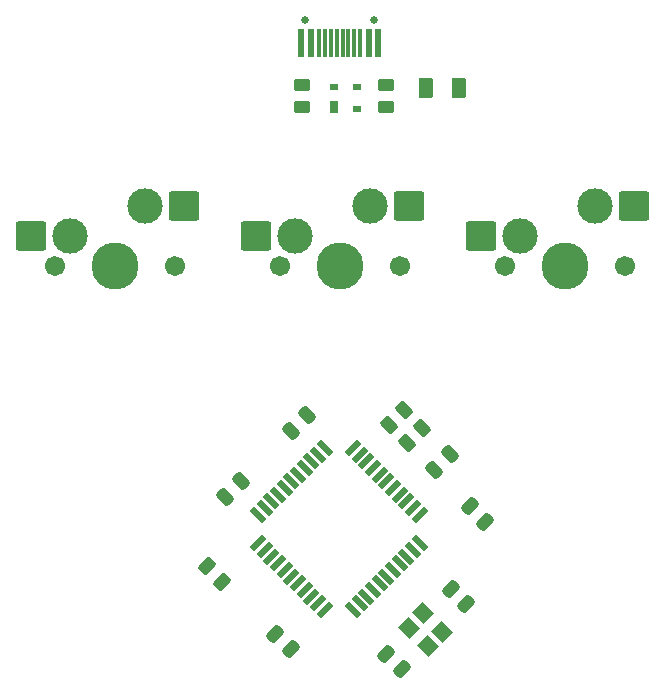
<source format=gbr>
%TF.GenerationSoftware,KiCad,Pcbnew,(6.0.10)*%
%TF.CreationDate,2023-01-18T13:12:32+09:00*%
%TF.ProjectId,3kpad,336b7061-642e-46b6-9963-61645f706362,rev?*%
%TF.SameCoordinates,Original*%
%TF.FileFunction,Soldermask,Bot*%
%TF.FilePolarity,Negative*%
%FSLAX46Y46*%
G04 Gerber Fmt 4.6, Leading zero omitted, Abs format (unit mm)*
G04 Created by KiCad (PCBNEW (6.0.10)) date 2023-01-18 13:12:32*
%MOMM*%
%LPD*%
G01*
G04 APERTURE LIST*
G04 Aperture macros list*
%AMRoundRect*
0 Rectangle with rounded corners*
0 $1 Rounding radius*
0 $2 $3 $4 $5 $6 $7 $8 $9 X,Y pos of 4 corners*
0 Add a 4 corners polygon primitive as box body*
4,1,4,$2,$3,$4,$5,$6,$7,$8,$9,$2,$3,0*
0 Add four circle primitives for the rounded corners*
1,1,$1+$1,$2,$3*
1,1,$1+$1,$4,$5*
1,1,$1+$1,$6,$7*
1,1,$1+$1,$8,$9*
0 Add four rect primitives between the rounded corners*
20,1,$1+$1,$2,$3,$4,$5,0*
20,1,$1+$1,$4,$5,$6,$7,0*
20,1,$1+$1,$6,$7,$8,$9,0*
20,1,$1+$1,$8,$9,$2,$3,0*%
%AMRotRect*
0 Rectangle, with rotation*
0 The origin of the aperture is its center*
0 $1 length*
0 $2 width*
0 $3 Rotation angle, in degrees counterclockwise*
0 Add horizontal line*
21,1,$1,$2,0,0,$3*%
G04 Aperture macros list end*
%ADD10C,3.000000*%
%ADD11C,3.987800*%
%ADD12C,1.701800*%
%ADD13RoundRect,0.200000X-1.075000X-1.050000X1.075000X-1.050000X1.075000X1.050000X-1.075000X1.050000X0*%
%ADD14RoundRect,0.250000X-0.159099X0.512652X-0.512652X0.159099X0.159099X-0.512652X0.512652X-0.159099X0*%
%ADD15C,0.650000*%
%ADD16R,0.600000X2.450000*%
%ADD17R,0.300000X2.450000*%
%ADD18R,0.700000X1.000000*%
%ADD19R,0.700000X0.600000*%
%ADD20RoundRect,0.250000X0.503814X0.132583X0.132583X0.503814X-0.503814X-0.132583X-0.132583X-0.503814X0*%
%ADD21RoundRect,0.250000X0.450000X-0.262500X0.450000X0.262500X-0.450000X0.262500X-0.450000X-0.262500X0*%
%ADD22RoundRect,0.250000X0.375000X0.625000X-0.375000X0.625000X-0.375000X-0.625000X0.375000X-0.625000X0*%
%ADD23RoundRect,0.250000X0.512652X0.159099X0.159099X0.512652X-0.512652X-0.159099X-0.159099X-0.512652X0*%
%ADD24RoundRect,0.250000X0.132583X-0.503814X0.503814X-0.132583X-0.132583X0.503814X-0.503814X0.132583X0*%
%ADD25RotRect,1.500000X0.550000X225.000000*%
%ADD26RotRect,1.500000X0.550000X135.000000*%
%ADD27RoundRect,0.250000X-0.132583X0.503814X-0.503814X0.132583X0.132583X-0.503814X0.503814X-0.132583X0*%
%ADD28RoundRect,0.250000X0.159099X-0.512652X0.512652X-0.159099X-0.159099X0.512652X-0.512652X0.159099X0*%
%ADD29RoundRect,0.250000X-0.512652X-0.159099X-0.159099X-0.512652X0.512652X0.159099X0.159099X0.512652X0*%
%ADD30RotRect,1.400000X1.200000X315.000000*%
G04 APERTURE END LIST*
D10*
%TO.C,SW2*%
X137477500Y-75088750D03*
X131127500Y-77628750D03*
D11*
X134937500Y-80168750D03*
D12*
X140017500Y-80168750D03*
X129857500Y-80168750D03*
D13*
X127852500Y-77628750D03*
X140779500Y-75088750D03*
%TD*%
D10*
%TO.C,SW1*%
X112077500Y-77628750D03*
X118427500Y-75088750D03*
D11*
X115887500Y-80168750D03*
D12*
X120967500Y-80168750D03*
X110807500Y-80168750D03*
D13*
X108802500Y-77628750D03*
X121729500Y-75088750D03*
%TD*%
D10*
%TO.C,SW3*%
X156527500Y-75088750D03*
D12*
X148907500Y-80168750D03*
X159067500Y-80168750D03*
D10*
X150177500Y-77628750D03*
D11*
X153987500Y-80168750D03*
D13*
X146902500Y-77628750D03*
X159829500Y-75088750D03*
%TD*%
D14*
%TO.C,C6*%
X144248509Y-96073757D03*
X142905007Y-97417259D03*
%TD*%
D15*
%TO.C,USB1*%
X132047500Y-59315000D03*
X137827500Y-59315000D03*
D16*
X131712500Y-61260000D03*
X132487500Y-61260000D03*
D17*
X133187500Y-61260000D03*
X133687500Y-61260000D03*
X134187500Y-61260000D03*
X134687500Y-61260000D03*
X135187500Y-61260000D03*
X135687500Y-61260000D03*
X136187500Y-61260000D03*
X136687500Y-61260000D03*
D16*
X137387500Y-61260000D03*
X138162500Y-61260000D03*
%TD*%
D18*
%TO.C,U2*%
X134450000Y-66662500D03*
D19*
X134450000Y-64962500D03*
X136450000Y-64962500D03*
X136450000Y-66862500D03*
%TD*%
D20*
%TO.C,R3*%
X124976246Y-106848522D03*
X123685776Y-105558052D03*
%TD*%
D21*
%TO.C,R4*%
X131762500Y-66637500D03*
X131762500Y-64812500D03*
%TD*%
D22*
%TO.C,F1*%
X145068750Y-65087500D03*
X142268750Y-65087500D03*
%TD*%
D23*
%TO.C,C3*%
X140192300Y-114286401D03*
X138848798Y-112942899D03*
%TD*%
D21*
%TO.C,R5*%
X138906250Y-66637500D03*
X138906250Y-64812500D03*
%TD*%
D24*
%TO.C,R2*%
X140642265Y-95101485D03*
X141932735Y-93811015D03*
%TD*%
D25*
%TO.C,U1*%
X136077823Y-95534814D03*
X136643508Y-96100500D03*
X137209193Y-96666185D03*
X137774879Y-97231870D03*
X138340564Y-97797556D03*
X138906250Y-98363241D03*
X139471935Y-98928927D03*
X140037621Y-99494612D03*
X140603306Y-100060298D03*
X141168991Y-100625983D03*
X141734677Y-101191668D03*
D26*
X141734677Y-103595832D03*
X141168991Y-104161517D03*
X140603306Y-104727202D03*
X140037621Y-105292888D03*
X139471935Y-105858573D03*
X138906250Y-106424259D03*
X138340564Y-106989944D03*
X137774879Y-107555630D03*
X137209193Y-108121315D03*
X136643508Y-108687000D03*
X136077823Y-109252686D03*
D25*
X133673659Y-109252686D03*
X133107974Y-108687000D03*
X132542289Y-108121315D03*
X131976603Y-107555630D03*
X131410918Y-106989944D03*
X130845232Y-106424259D03*
X130279547Y-105858573D03*
X129713861Y-105292888D03*
X129148176Y-104727202D03*
X128582491Y-104161517D03*
X128016805Y-103595832D03*
D26*
X128016805Y-101191668D03*
X128582491Y-100625983D03*
X129148176Y-100060298D03*
X129713861Y-99494612D03*
X130279547Y-98928927D03*
X130845232Y-98363241D03*
X131410918Y-97797556D03*
X131976603Y-97231870D03*
X132542289Y-96666185D03*
X133107974Y-96100500D03*
X133673659Y-95534814D03*
%TD*%
D27*
%TO.C,R1*%
X140412455Y-92290735D03*
X139121985Y-93581205D03*
%TD*%
D28*
%TO.C,C2*%
X125219315Y-99702324D03*
X126562817Y-98358822D03*
%TD*%
D29*
%TO.C,C7*%
X129503249Y-111246999D03*
X130846751Y-112590501D03*
%TD*%
D14*
%TO.C,C5*%
X132179896Y-92741743D03*
X130836394Y-94085245D03*
%TD*%
D29*
%TO.C,C4*%
X144337714Y-107445144D03*
X145681216Y-108788646D03*
%TD*%
D30*
%TO.C,Y1*%
X142030778Y-109548787D03*
X143586413Y-111104422D03*
X142384332Y-112306503D03*
X140828697Y-110750868D03*
%TD*%
D29*
%TO.C,C1*%
X145942190Y-100486307D03*
X147285692Y-101829809D03*
%TD*%
M02*

</source>
